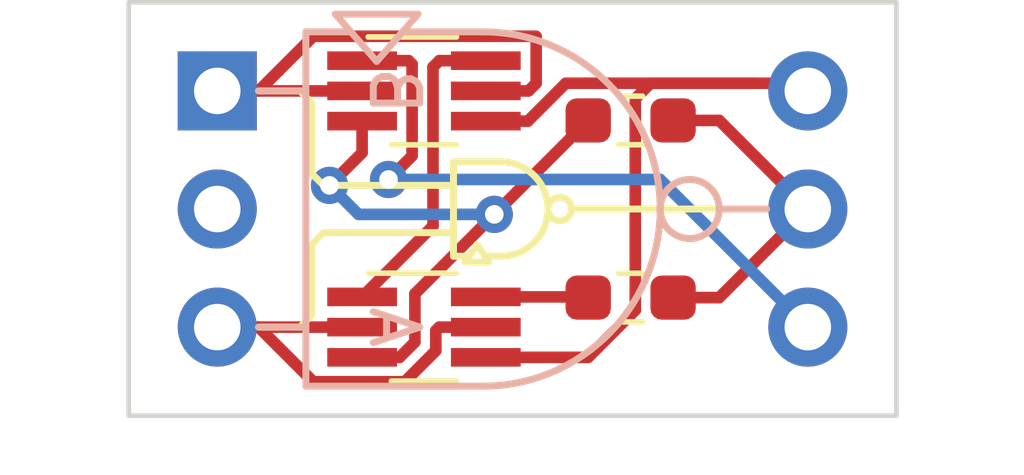
<source format=kicad_pcb>
(kicad_pcb (version 20241229) (generator "pcbnew") (generator_version "9.0")
  (layers (0 "F.Cu" signal) (2 "B.Cu" signal) (13 "F.Paste" user) (15 "B.Paste" user) (5 "F.SilkS" user "F.Silkscreen") (7 "B.SilkS" user "B.Silkscreen") (1 "F.Mask" user) (3 "B.Mask" user) (25 "Edge.Cuts" user))
  (net 0 "")
  (net 1 "B")
  (net 3 "A")
  (net 4 "VDD")
  (net 5 "Out")
  (net 6 "VSS")
  (net 7 "Net-(Q1-Pad1)")
  (net 8 "Net-(Q1-Pad3)")
  (net 9 "Net-(Q1-Pad6)")
  (footprint "Tritium:PinHeader_1x03_P2.54mm_Vertical_NoSilkscreen" (layer "F.Cu") (at 157.48 101.6)
    (property "Reference" "J2" (hide yes))
    (property "Value" "Conn_01x03")
    (pad "1" thru_hole circle (at 0 0) (size 1.7 1.7) (drill 1) (layers "*.Cu" "*.Mask") (net 4 "VDD"))
    (pad "2" thru_hole oval (at 0 2.54) (size 1.7 1.7) (drill 1) (layers "*.Cu" "*.Mask") (net 5 "Out"))
    (pad "3" thru_hole oval (at 0 5.08) (size 1.7 1.7) (drill 1) (layers "*.Cu" "*.Mask") (net 6 "VSS"))
  )
  (footprint "Package_TO_SOT_SMD:SOT-363_SC-70-6_Handsoldering" (layer "F.Cu") (at 149.225 106.68)
    (property "Reference" "Q1" (hide yes))
    (property "Value" "BSS8402DW-7-F")
    (fp_line (start -0.7 1.16) (end 0.7 1.16) (stroke (width 0.12)) (layer "F.SilkS"))
    (fp_line (start 0.7 -1.16) (end -1.2 -1.16) (stroke (width 0.12)) (layer "F.SilkS"))
    (pad "1" smd rect (at -1.33 -0.65) (size 1.5 0.4) (layers "F.Cu" "F.Mask" "F.Paste") (net 7 "Net-(Q1-Pad1)"))
    (pad "2" smd rect (at -1.33 0) (size 1.5 0.4) (layers "F.Cu" "F.Mask" "F.Paste") (net 3 "A"))
    (pad "3" smd rect (at -1.33 0.65) (size 1.5 0.4) (layers "F.Cu" "F.Mask" "F.Paste") (net 8 "Net-(Q1-Pad3)"))
    (pad "4" smd rect (at 1.33 0.65) (size 1.5 0.4) (layers "F.Cu" "F.Mask" "F.Paste") (net 4 "VDD"))
    (pad "5" smd rect (at 1.33 0) (size 1.5 0.4) (layers "F.Cu" "F.Mask" "F.Paste") (net 3 "A"))
    (pad "6" smd rect (at 1.33 -0.65) (size 1.5 0.4) (layers "F.Cu" "F.Mask" "F.Paste") (net 9 "Net-(Q1-Pad6)"))
  )
  (footprint "Resistor_SMD:R_0603_1608Metric_Pad0.98x0.95mm_HandSolder" (layer "F.Cu") (at 153.67 106.045 180)
    (property "Reference" "R2" (hide yes))
    (property "Value" "12k")
    (fp_line (start -0.254724 0.5225) (end 0.254724 0.5225) (stroke (width 0.12)) (layer "F.SilkS"))
    (fp_line (start -0.254724 -0.5225) (end 0.254724 -0.5225) (stroke (width 0.12)) (layer "F.SilkS"))
    (pad "1" smd roundrect (at -0.9125 0 180) (size 0.975 0.95) (layers "F.Cu" "F.Mask" "F.Paste") (net 5 "Out"))
    (pad "2" smd roundrect (at 0.9125 0 180) (size 0.975 0.95) (layers "F.Cu" "F.Mask" "F.Paste") (net 9 "Net-(Q1-Pad6)"))
  )
  (footprint "Package_TO_SOT_SMD:SOT-363_SC-70-6_Handsoldering" (layer "F.Cu") (at 149.225 101.6)
    (property "Reference" "Q2" (hide yes))
    (property "Value" "BSS8402DW-7-F")
    (fp_line (start -0.7 1.16) (end 0.7 1.16) (stroke (width 0.12)) (layer "F.SilkS"))
    (fp_line (start 0.7 -1.16) (end -1.2 -1.16) (stroke (width 0.12)) (layer "F.SilkS"))
    (pad "1" smd rect (at -1.33 -0.65) (size 1.5 0.4) (layers "F.Cu" "F.Mask" "F.Paste") (net 6 "VSS"))
    (pad "2" smd rect (at -1.33 0) (size 1.5 0.4) (layers "F.Cu" "F.Mask" "F.Paste") (net 1 "B"))
    (pad "3" smd rect (at -1.33 0.65) (size 1.5 0.4) (layers "F.Cu" "F.Mask" "F.Paste") (net 8 "Net-(Q1-Pad3)"))
    (pad "4" smd rect (at 1.33 0.65) (size 1.5 0.4) (layers "F.Cu" "F.Mask" "F.Paste") (net 4 "VDD"))
    (pad "5" smd rect (at 1.33 0) (size 1.5 0.4) (layers "F.Cu" "F.Mask" "F.Paste") (net 1 "B"))
    (pad "6" smd rect (at 1.33 -0.65) (size 1.5 0.4) (layers "F.Cu" "F.Mask" "F.Paste") (net 7 "Net-(Q1-Pad1)"))
  )
  (footprint "Tritium:PinHeader_1x03_P2.54mm_Vertical_NoSilkscreen" (layer "F.Cu") (at 144.78 101.6)
    (property "Reference" "J1" (hide yes))
    (property "Value" "Conn_01x03")
    (pad "1" thru_hole rect (at 0 0) (size 1.7 1.7) (drill 1) (layers "*.Cu" "*.Mask") (net 1 "B"))
    (pad "2" thru_hole oval (at 0 2.54) (size 1.7 1.7) (drill 1) (layers "*.Cu" "*.Mask"))
    (pad "3" thru_hole oval (at 0 5.08) (size 1.7 1.7) (drill 1) (layers "*.Cu" "*.Mask") (net 3 "A"))
  )
  (footprint "Resistor_SMD:R_0603_1608Metric_Pad0.98x0.95mm_HandSolder" (layer "F.Cu") (at 153.67 102.235)
    (property "Reference" "R1" (hide yes))
    (property "Value" "12k")
    (fp_line (start -0.254724 -0.5225) (end 0.254724 -0.5225) (stroke (width 0.12)) (layer "F.SilkS"))
    (fp_line (start -0.254724 0.5225) (end 0.254724 0.5225) (stroke (width 0.12)) (layer "F.SilkS"))
    (pad "1" smd roundrect (at -0.9125 0) (size 0.975 0.95) (layers "F.Cu" "F.Mask" "F.Paste") (net 8 "Net-(Q1-Pad3)"))
    (pad "2" smd roundrect (at 0.9125 0) (size 0.975 0.95) (layers "F.Cu" "F.Mask" "F.Paste") (net 5 "Out"))
  )
  (gr_line (start 147.066 103.632) (end 146.812 103.378) (stroke (width 0.15)) (layer "F.SilkS"))
  (gr_line (start 152.4 104.14) (end 156.591 104.14) (stroke (width 0.15)) (layer "F.SilkS"))
  (gr_line (start 146.812 103.378) (end 146.812 101.854) (stroke (width 0.15)) (layer "F.SilkS"))
  (gr_line (start 149.86 104.648) (end 147.066 104.648) (stroke (width 0.15)) (layer "F.SilkS"))
  (gr_line (start 147.066 104.648) (end 146.812 104.902) (stroke (width 0.15)) (layer "F.SilkS"))
  (gr_line (start 146.812 106.426) (end 146.558 106.68) (stroke (width 0.15)) (layer "F.SilkS"))
  (gr_line (start 150.114 105.283) (end 150.622 105.283) (stroke (width 0.15)) (layer "F.SilkS"))
  (gr_line (start 150.876 105.156) (end 150.5712 105.156) (stroke (width 0.15)) (layer "F.SilkS"))
  (gr_line (start 146.812 101.854) (end 146.558 101.6) (stroke (width 0.15)) (layer "F.SilkS"))
  (gr_circle (center 152.146 104.14) (end 152.4 104.14) (stroke (width 0.15)) (fill no) (layer "F.SilkS"))
  (gr_line (start 146.558 106.68) (end 145.669 106.68) (stroke (width 0.15)) (layer "F.SilkS"))
  (gr_line (start 146.812 104.902) (end 146.812 106.426) (stroke (width 0.15)) (layer "F.SilkS"))
  (gr_line (start 150.368 104.902) (end 150.114 105.283) (stroke (width 0.15)) (layer "F.SilkS"))
  (gr_line (start 149.86 103.632) (end 147.066 103.632) (stroke (width 0.15)) (layer "F.SilkS"))
  (gr_arc (start 151.892 104.14) (mid 151.59442 104.85842) (end 150.876 105.156) (stroke (width 0.15)) (layer "F.SilkS"))
  (gr_line (start 149.86 103.124) (end 150.876 103.124) (stroke (width 0.15)) (layer "F.SilkS"))
  (gr_line (start 150.622 105.283) (end 150.368 104.902) (stroke (width 0.15)) (layer "F.SilkS"))
  (gr_arc (start 150.876 103.124) (mid 151.59442 103.42158) (end 151.892 104.14) (stroke (width 0.15)) (layer "F.SilkS"))
  (gr_line (start 149.86 103.124) (end 149.86 105.156) (stroke (width 0.15)) (layer "F.SilkS"))
  (gr_line (start 146.558 101.6) (end 145.669 101.6) (stroke (width 0.15)) (layer "F.SilkS"))
  (gr_line (start 149.86 105.156) (end 150.1648 105.156) (stroke (width 0.15)) (layer "F.SilkS"))
  (gr_line (start 148.209 100.965) (end 147.32 99.949) (stroke (width 0.15)) (layer "B.SilkS"))
  (gr_line (start 155.575 104.14) (end 156.591 104.14) (stroke (width 0.15)) (layer "B.SilkS"))
  (gr_line (start 149.098 99.949) (end 148.209 100.965) (stroke (width 0.15)) (layer "B.SilkS"))
  (gr_line (start 150.495 100.330001) (end 148.7932 100.33) (stroke (width 0.15)) (layer "B.SilkS"))
  (gr_line (start 146.685 107.95) (end 150.495 107.95) (stroke (width 0.15)) (layer "B.SilkS"))
  (gr_arc (start 154.304999 104.14) (mid 153.189076 106.834076) (end 150.495 107.949999) (stroke (width 0.15)) (layer "B.SilkS"))
  (gr_line (start 146.685 101.6) (end 145.669 101.6) (stroke (width 0.15)) (layer "B.SilkS"))
  (gr_circle (center 154.94 104.14) (end 155.575 104.14) (stroke (width 0.15)) (fill no) (layer "B.SilkS"))
  (gr_line (start 146.685 100.33) (end 146.685 107.95) (stroke (width 0.15)) (layer "B.SilkS"))
  (gr_line (start 147.32 99.949) (end 149.098 99.949) (stroke (width 0.15)) (layer "B.SilkS"))
  (gr_arc (start 150.495 100.330001) (mid 153.189076 101.445924) (end 154.304999 104.14) (stroke (width 0.15)) (layer "B.SilkS"))
  (gr_line (start 146.685 100.33) (end 147.6248 100.33) (stroke (width 0.15)) (layer "B.SilkS"))
  (gr_line (start 146.685 106.68) (end 145.669 106.68) (stroke (width 0.15)) (layer "B.SilkS"))
  (gr_line (start 159.385 99.695) (end 159.385 108.585) (stroke (width 0.1)) (layer "Edge.Cuts"))
  (gr_line (start 159.385 108.585) (end 142.875 108.585) (stroke (width 0.1)) (layer "Edge.Cuts"))
  (gr_line (start 142.875 108.585) (end 142.875 99.695) (stroke (width 0.1)) (layer "Edge.Cuts"))
  (gr_line (start 142.875 99.695) (end 159.385 99.695) (stroke (width 0.1)) (layer "Edge.Cuts"))
  (gr_text "B" (at 148.59 101.6 270) (layer "B.SilkS") (effects (font (size 1 1)) (justify mirror)))
  (gr_text "A" (at 148.59 106.68 270) (layer "B.SilkS") (effects (font (size 1 1)) (justify mirror)))
  (segment (start 151.473815 101.6) (end 151.638 101.435815) (width 0.25) (layer "F.Cu") (net 1))
  (segment (start 144.78 101.6) (end 145.669 101.6) (width 0.25) (layer "F.Cu") (net 1))
  (segment (start 145.669 101.6) (end 147.895 101.6) (width 0.25) (layer "F.Cu") (net 1))
  (segment (start 150.555 101.6) (end 151.473815 101.6) (width 0.25) (layer "F.Cu") (net 1))
  (segment (start 151.638 100.433) (end 151.63 100.425) (width 0.25) (layer "F.Cu") (net 1))
  (segment (start 146.844 100.425) (end 145.669 101.6) (width 0.25) (layer "F.Cu") (net 1))
  (segment (start 151.638 101.435815) (end 151.638 100.433) (width 0.25) (layer "F.Cu") (net 1))
  (segment (start 151.63 100.425) (end 146.844 100.425) (width 0.25) (layer "F.Cu") (net 1))
  (segment (start 149.48 107.187) (end 148.812 107.855) (width 0.25) (layer "F.Cu") (net 3))
  (segment (start 149.555 106.68) (end 149.48 106.755) (width 0.25) (layer "F.Cu") (net 3))
  (segment (start 147.895 106.68) (end 145.669 106.68) (width 0.25) (layer "F.Cu") (net 3))
  (segment (start 150.555 106.68) (end 149.555 106.68) (width 0.25) (layer "F.Cu") (net 3))
  (segment (start 146.844 107.855) (end 145.669 106.68) (width 0.25) (layer "F.Cu") (net 3))
  (segment (start 145.669 106.68) (end 144.78 106.68) (width 0.25) (layer "F.Cu") (net 3))
  (segment (start 148.812 107.855) (end 146.844 107.855) (width 0.25) (layer "F.Cu") (net 3))
  (segment (start 149.48 106.755) (end 149.48 107.187) (width 0.25) (layer "F.Cu") (net 3))
  (segment (start 152.755495 107.33) (end 153.77 106.315495) (width 0.25) (layer "F.Cu") (net 4))
  (segment (start 150.555 102.25) (end 151.459505 102.25) (width 0.25) (layer "F.Cu") (net 4))
  (segment (start 153.77 106.315495) (end 153.77 101.764505) (width 0.25) (layer "F.Cu") (net 4))
  (segment (start 154.099505 101.435) (end 156.299 101.435) (width 0.25) (layer "F.Cu") (net 4))
  (segment (start 151.459505 102.25) (end 152.274505 101.435) (width 0.25) (layer "F.Cu") (net 4))
  (segment (start 153.77 101.764505) (end 154.099505 101.435) (width 0.25) (layer "F.Cu") (net 4))
  (segment (start 152.274505 101.435) (end 156.299 101.435) (width 0.25) (layer "F.Cu") (net 4))
  (segment (start 157.315 101.435) (end 157.48 101.6) (width 0.25) (layer "F.Cu") (net 4))
  (segment (start 156.299 101.435) (end 157.315 101.435) (width 0.25) (layer "F.Cu") (net 4))
  (segment (start 150.555 107.33) (end 152.755495 107.33) (width 0.25) (layer "F.Cu") (net 4))
  (segment (start 155.575 102.235) (end 157.48 104.14) (width 0.25) (layer "F.Cu") (net 5))
  (segment (start 155.575 106.045) (end 157.48 104.14) (width 0.25) (layer "F.Cu") (net 5))
  (segment (start 154.5825 102.235) (end 155.575 102.235) (width 0.25) (layer "F.Cu") (net 5))
  (segment (start 154.5825 106.045) (end 155.575 106.045) (width 0.25) (layer "F.Cu") (net 5))
  (segment (start 148.97 101.025) (end 148.97 102.871) (width 0.25) (layer "F.Cu") (net 6))
  (segment (start 148.895 100.95) (end 148.97 101.025) (width 0.25) (layer "F.Cu") (net 6))
  (segment (start 148.97 102.871) (end 148.97 102.998) (width 0.25) (layer "F.Cu") (net 6))
  (segment (start 148.97 102.998) (end 148.463 103.505) (width 0.25) (layer "F.Cu") (net 6))
  (segment (start 147.895 100.95) (end 148.895 100.95) (width 0.25) (layer "F.Cu") (net 6))
  (via (at 148.463 103.505) (size 0.8) (drill 0.4) (layers "F.Cu" "B.Cu") (net 6))
  (segment (start 148.463 103.505) (end 154.305 103.505) (width 0.25) (layer "B.Cu") (net 6))
  (segment (start 154.305 103.505) (end 157.48 106.68) (width 0.25) (layer "B.Cu") (net 6))
  (segment (start 150.555 100.95) (end 149.555 100.95) (width 0.25) (layer "F.Cu") (net 7))
  (segment (start 149.555 100.95) (end 149.419501 101.085499) (width 0.25) (layer "F.Cu") (net 7))
  (segment (start 149.419501 104.505499) (end 147.895 106.03) (width 0.25) (layer "F.Cu") (net 7))
  (segment (start 149.419501 101.085499) (end 149.419501 104.505499) (width 0.25) (layer "F.Cu") (net 7))
  (segment (start 152.7575 102.235) (end 149.030499 105.962001) (width 0.25) (layer "F.Cu") (net 8))
  (segment (start 148.70131 107.33) (end 147.895 107.33) (width 0.25) (layer "F.Cu") (net 8))
  (segment (start 149.030499 107.000811) (end 148.70131 107.33) (width 0.25) (layer "F.Cu") (net 8))
  (segment (start 147.895 102.25) (end 147.895 102.93) (width 0.25) (layer "F.Cu") (net 8))
  (segment (start 147.895 102.93) (end 147.193 103.632) (width 0.25) (layer "F.Cu") (net 8))
  (segment (start 149.030499 105.962001) (end 149.030499 107.000811) (width 0.25) (layer "F.Cu") (net 8))
  (via (at 147.193 103.632) (size 0.8) (drill 0.4) (layers "F.Cu" "B.Cu") (net 8))
  (via (at 150.73725 104.25525) (size 0.8) (drill 0.4) (layers "F.Cu" "B.Cu") (net 8))
  (segment (start 147.193 103.632) (end 147.81625 104.25525) (width 0.25) (layer "B.Cu") (net 8))
  (segment (start 147.81625 104.25525) (end 150.73725 104.25525) (width 0.25) (layer "B.Cu") (net 8))
  (segment (start 150.555 106.03) (end 152.7425 106.03) (width 0.25) (layer "F.Cu") (net 9))
  (segment (start 152.7425 106.03) (end 152.7575 106.045) (width 0.25) (layer "F.Cu") (net 9))
)
</source>
